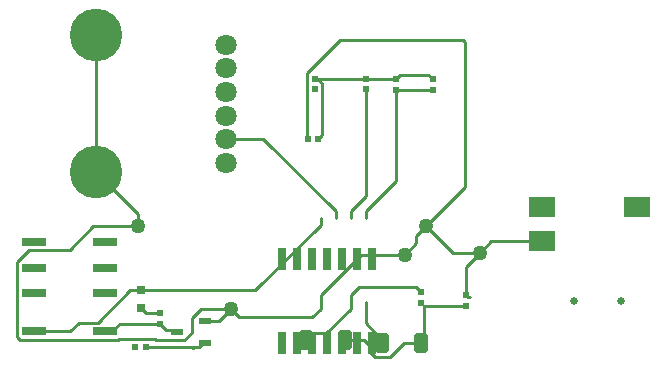
<source format=gbr>
%TF.GenerationSoftware,Altium Limited,Altium Designer,24.10.1 (45)*%
G04 Layer_Physical_Order=1*
G04 Layer_Color=255*
%FSLAX45Y45*%
%MOMM*%
%TF.SameCoordinates,B7086401-7AB7-4448-8119-44CCD126B3FB*%
%TF.FilePolarity,Positive*%
%TF.FileFunction,Copper,L1,Top,Signal*%
%TF.Part,Single*%
G01*
G75*
%TA.AperFunction,SMDPad,CuDef*%
%ADD10R,2.00000X0.70000*%
%ADD11R,0.55000X0.55000*%
%ADD12R,0.62000X0.62000*%
%ADD13R,0.80000X0.80000*%
%ADD14R,0.55000X0.55000*%
%ADD15R,1.00000X0.60000*%
G04:AMPARAMS|DCode=16|XSize=1.14mm|YSize=1.63mm|CornerRadius=0.1425mm|HoleSize=0mm|Usage=FLASHONLY|Rotation=0.000|XOffset=0mm|YOffset=0mm|HoleType=Round|Shape=RoundedRectangle|*
%AMROUNDEDRECTD16*
21,1,1.14000,1.34500,0,0,0.0*
21,1,0.85500,1.63000,0,0,0.0*
1,1,0.28500,0.42750,-0.67250*
1,1,0.28500,-0.42750,-0.67250*
1,1,0.28500,-0.42750,0.67250*
1,1,0.28500,0.42750,0.67250*
%
%ADD16ROUNDEDRECTD16*%
%TA.AperFunction,ConnectorPad*%
%ADD17R,2.20000X1.80000*%
%TA.AperFunction,SMDPad,CuDef*%
%ADD18R,0.62000X0.62000*%
%TA.AperFunction,ConnectorPad*%
%ADD19R,0.70000X1.82500*%
%TA.AperFunction,Conductor*%
%ADD20C,0.25400*%
%TA.AperFunction,ComponentPad*%
%ADD21C,4.45500*%
%ADD22C,1.80000*%
%ADD23C,0.65000*%
%TA.AperFunction,ViaPad*%
%ADD24C,1.27000*%
D10*
X3997300Y5549100D02*
D03*
X4597300D02*
D03*
X3997300Y5869100D02*
D03*
X4597300D02*
D03*
X3997300Y6089100D02*
D03*
X4597300D02*
D03*
X3997300Y6309100D02*
D03*
X4597300D02*
D03*
D11*
X6375300Y7599300D02*
D03*
Y7689300D02*
D03*
X5067200Y5612300D02*
D03*
Y5702300D02*
D03*
X6807100Y7689300D02*
D03*
Y7599300D02*
D03*
X7277000Y5879000D02*
D03*
Y5789000D02*
D03*
X7659100Y5853600D02*
D03*
Y5763600D02*
D03*
X7378600Y7682400D02*
D03*
Y7592400D02*
D03*
D12*
X6408600Y7180200D02*
D03*
X6316600D02*
D03*
D13*
X4902100Y5897400D02*
D03*
Y5747400D02*
D03*
D14*
X4857100Y5416000D02*
D03*
X4947100D02*
D03*
D15*
X5206900Y5543000D02*
D03*
X5446900Y5638500D02*
D03*
Y5447500D02*
D03*
D16*
X7277000Y5453000D02*
D03*
X6949000D02*
D03*
X6629300Y5478400D02*
D03*
X6301300D02*
D03*
D17*
X9102400Y6599700D02*
D03*
X8302400Y6309700D02*
D03*
Y6599700D02*
D03*
D18*
X7061100Y7683400D02*
D03*
Y7591400D02*
D03*
D19*
X6858000Y5447700D02*
D03*
X6731000D02*
D03*
X6604000D02*
D03*
X6477000D02*
D03*
X6350000D02*
D03*
X6223000D02*
D03*
X6096000D02*
D03*
Y6160100D02*
D03*
X6223000D02*
D03*
X6350000D02*
D03*
X6477000D02*
D03*
X6604000D02*
D03*
X6731000D02*
D03*
X6858000D02*
D03*
D20*
X4947100Y5416000D02*
X5341264D01*
X5349364Y5407900D01*
X4503763Y6438900D02*
X4876800D01*
X3859200Y5498318D02*
Y6139882D01*
X3955318Y6236000D01*
X3859200Y5498318D02*
X3881518Y5476000D01*
X4718681Y5481600D02*
X5028252D01*
X4713081Y5476000D02*
X4718681Y5481600D01*
X5272681Y5474900D02*
X5334080Y5536298D01*
X5028252Y5481600D02*
X5034952Y5474900D01*
X5334080Y5659561D02*
X5414918Y5740400D01*
X5334080Y5536298D02*
Y5659561D01*
X5414918Y5740400D02*
X5664200D01*
X3881518Y5476000D02*
X4713081D01*
X5349364Y5407900D02*
X5357464Y5416000D01*
X5034952Y5474900D02*
X5272681D01*
X5357464Y5416000D02*
X5395399D01*
X3955318Y6236000D02*
X4300863D01*
X4503763Y6438900D01*
X4378650Y5622200D02*
X4539281D01*
X4947199Y5702300D02*
X5067200D01*
X4305550Y5549100D02*
X4378650Y5622200D01*
X4902100Y5747400D02*
X4947199Y5702300D01*
X4539281Y5622200D02*
X4814481Y5897400D01*
X3997300Y5549100D02*
X4305550D01*
X4662300D02*
X4725500Y5612300D01*
X4597300Y5549100D02*
X4662300D01*
X4725500Y5612300D02*
X5067200D01*
X7233173Y6356873D02*
X7315200Y6438900D01*
X7233173Y6293373D02*
Y6356873D01*
X7137400Y6197600D02*
X7233173Y6293373D01*
X6771550Y6197600D02*
X7137400D01*
X6426100Y5795900D02*
Y5852150D01*
X6771550Y6197600D01*
X7315200Y6438900D02*
X7543800Y6210300D01*
X7772400D01*
X7315200Y6438900D02*
X7645400Y6769100D01*
Y7998821D01*
X6590819Y8013700D02*
X7630521D01*
X7645400Y7998821D01*
X6309700Y7732580D02*
X6590819Y8013700D01*
X6309700Y7187100D02*
X6316600Y7180200D01*
X6309700Y7187100D02*
Y7732580D01*
X6807100Y6691549D02*
Y7599300D01*
X7061100Y6818549D02*
Y7591400D01*
X6680100Y6564549D02*
X6807100Y6691549D01*
X7061100Y7683400D02*
X7099300Y7721600D01*
X7058150Y7686350D02*
X7061100Y7683400D01*
X7099300Y7721600D02*
X7339399D01*
X7378600Y7682400D01*
X6807100Y6564549D02*
X7061100Y6818549D01*
X5871450Y5897400D02*
X6426100Y6452050D01*
X6949000Y5453000D02*
Y5477500D01*
X6807100Y5619400D02*
X6949000Y5477500D01*
X7013434Y5333400D02*
X7133034Y5453000D01*
X6837466Y5380500D02*
X6884566Y5333400D01*
X6837466Y5380500D02*
Y5431300D01*
X6884566Y5333400D02*
X7013434D01*
X6807100Y5619400D02*
Y5795900D01*
X6790366Y5478400D02*
X6837466Y5431300D01*
X6680100Y5852150D02*
X6753200Y5925250D01*
X7230750D02*
X7277000Y5879000D01*
X6680100Y5795900D02*
Y5852150D01*
X6753200Y5925250D02*
X7230750D01*
X5562300Y5638500D02*
X5664200Y5740400D01*
X5446900Y5638500D02*
X5562300D01*
X5119200Y5560300D02*
X5189600D01*
X5206900Y5543000D01*
X5067200Y5612300D02*
X5119200Y5560300D01*
X6408600Y7180200D02*
X6440900Y7212500D01*
Y7642581D01*
X6408981Y7674500D02*
X6440900Y7642581D01*
X5942649Y7175000D02*
X6553100Y6564549D01*
X5664200Y5740400D02*
X5738050Y5666550D01*
X6352999D01*
X6426100Y5739650D01*
Y5795900D01*
X7133034Y5453000D02*
X7277000D01*
X6629300Y5478400D02*
X6790366D01*
X7277000Y5453000D02*
X7302400Y5478400D01*
Y5763600D01*
X7659100D01*
Y5853600D02*
X7673900Y5838800D01*
X7692781D01*
X7659100Y6097000D02*
X7772400Y6210300D01*
X7659100Y5853600D02*
Y6097000D01*
X7871800Y6309700D02*
X8302400D01*
X7772400Y6210300D02*
X7871800Y6309700D01*
X4526000Y6895000D02*
X4876800Y6544200D01*
Y6438900D02*
Y6544200D01*
X4526000Y6895000D02*
Y8055000D01*
X4814481Y5897400D02*
X4902100D01*
X5871450D01*
X6426100Y6452050D02*
Y6508300D01*
X6375300Y7689300D02*
X6390100Y7674500D01*
X6408981D01*
X6375300Y7689300D02*
X6807100D01*
X6810050Y7686350D02*
X7058150D01*
X6807100Y7689300D02*
X6810050Y7686350D01*
X6680100Y6508300D02*
Y6564549D01*
X6807100Y6508300D02*
Y6564549D01*
X7378100Y7591900D02*
X7378600Y7592400D01*
X7061600Y7591900D02*
X7378100D01*
X7061100Y7591400D02*
X7061600Y7591900D01*
X5395399Y5416000D02*
X5426899Y5447500D01*
X5446900D01*
X6345482Y5532950D02*
X6473400D01*
X6680100Y5739650D02*
Y5795900D01*
X6301300Y5478400D02*
Y5488768D01*
X6345482Y5532950D01*
X6473400D02*
X6680100Y5739650D01*
X5626000Y7175000D02*
X5942649D01*
X6553100Y6508300D02*
Y6564549D01*
D21*
X4526000Y8055000D02*
D03*
Y6895000D02*
D03*
D22*
X5626000Y7775000D02*
D03*
Y7575000D02*
D03*
Y7375000D02*
D03*
Y7975000D02*
D03*
Y6975000D02*
D03*
Y7175000D02*
D03*
D23*
X8972400Y5809700D02*
D03*
X8572400D02*
D03*
D24*
X7315200Y6438900D02*
D03*
X7137400Y6197600D02*
D03*
X7772400Y6210300D02*
D03*
X5664200Y5740400D02*
D03*
X4876800Y6438900D02*
D03*
%TF.MD5,c306a6aafae957bd39601252ada97b4a*%
M02*

</source>
